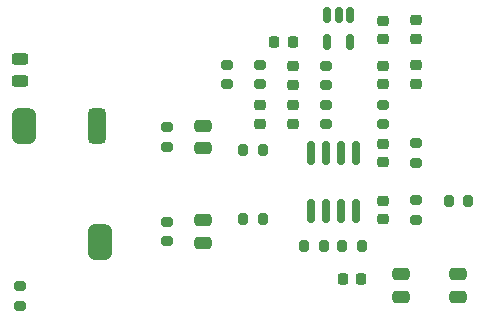
<source format=gtp>
G04 #@! TF.GenerationSoftware,KiCad,Pcbnew,8.0.4*
G04 #@! TF.CreationDate,2024-08-01T22:41:18+02:00*
G04 #@! TF.ProjectId,Headless TEF Audio board,48656164-6c65-4737-9320-544546204175,1*
G04 #@! TF.SameCoordinates,Original*
G04 #@! TF.FileFunction,Paste,Top*
G04 #@! TF.FilePolarity,Positive*
%FSLAX46Y46*%
G04 Gerber Fmt 4.6, Leading zero omitted, Abs format (unit mm)*
G04 Created by KiCad (PCBNEW 8.0.4) date 2024-08-01 22:41:18*
%MOMM*%
%LPD*%
G01*
G04 APERTURE LIST*
G04 Aperture macros list*
%AMRoundRect*
0 Rectangle with rounded corners*
0 $1 Rounding radius*
0 $2 $3 $4 $5 $6 $7 $8 $9 X,Y pos of 4 corners*
0 Add a 4 corners polygon primitive as box body*
4,1,4,$2,$3,$4,$5,$6,$7,$8,$9,$2,$3,0*
0 Add four circle primitives for the rounded corners*
1,1,$1+$1,$2,$3*
1,1,$1+$1,$4,$5*
1,1,$1+$1,$6,$7*
1,1,$1+$1,$8,$9*
0 Add four rect primitives between the rounded corners*
20,1,$1+$1,$2,$3,$4,$5,0*
20,1,$1+$1,$4,$5,$6,$7,0*
20,1,$1+$1,$6,$7,$8,$9,0*
20,1,$1+$1,$8,$9,$2,$3,0*%
G04 Aperture macros list end*
%ADD10RoundRect,0.225000X0.250000X-0.225000X0.250000X0.225000X-0.250000X0.225000X-0.250000X-0.225000X0*%
%ADD11RoundRect,0.150000X-0.150000X0.512500X-0.150000X-0.512500X0.150000X-0.512500X0.150000X0.512500X0*%
%ADD12RoundRect,0.200000X-0.275000X0.200000X-0.275000X-0.200000X0.275000X-0.200000X0.275000X0.200000X0*%
%ADD13RoundRect,0.218750X-0.218750X-0.256250X0.218750X-0.256250X0.218750X0.256250X-0.218750X0.256250X0*%
%ADD14RoundRect,0.200000X0.275000X-0.200000X0.275000X0.200000X-0.275000X0.200000X-0.275000X-0.200000X0*%
%ADD15RoundRect,0.500000X0.500000X-1.000000X0.500000X1.000000X-0.500000X1.000000X-0.500000X-1.000000X0*%
%ADD16RoundRect,0.375000X0.375000X-1.125000X0.375000X1.125000X-0.375000X1.125000X-0.375000X-1.125000X0*%
%ADD17RoundRect,0.200000X0.200000X0.275000X-0.200000X0.275000X-0.200000X-0.275000X0.200000X-0.275000X0*%
%ADD18RoundRect,0.250000X0.475000X-0.250000X0.475000X0.250000X-0.475000X0.250000X-0.475000X-0.250000X0*%
%ADD19RoundRect,0.150000X0.150000X-0.825000X0.150000X0.825000X-0.150000X0.825000X-0.150000X-0.825000X0*%
%ADD20RoundRect,0.243750X-0.456250X0.243750X-0.456250X-0.243750X0.456250X-0.243750X0.456250X0.243750X0*%
%ADD21RoundRect,0.225000X-0.250000X0.225000X-0.250000X-0.225000X0.250000X-0.225000X0.250000X0.225000X0*%
%ADD22RoundRect,0.250000X-0.475000X0.250000X-0.475000X-0.250000X0.475000X-0.250000X0.475000X0.250000X0*%
%ADD23RoundRect,0.225000X-0.225000X-0.250000X0.225000X-0.250000X0.225000X0.250000X-0.225000X0.250000X0*%
%ADD24RoundRect,0.200000X-0.200000X-0.275000X0.200000X-0.275000X0.200000X0.275000X-0.200000X0.275000X0*%
G04 APERTURE END LIST*
D10*
G04 #@! TO.C,C5*
X169312000Y-95024000D03*
X169312000Y-93474000D03*
G04 #@! TD*
G04 #@! TO.C,C13*
X169312000Y-84610000D03*
X169312000Y-83060000D03*
G04 #@! TD*
G04 #@! TO.C,C10*
X158898000Y-91772000D03*
X158898000Y-90222000D03*
G04 #@! TD*
G04 #@! TO.C,C14*
X172106000Y-84584000D03*
X172106000Y-83034000D03*
G04 #@! TD*
D11*
G04 #@! TO.C,U2*
X166518000Y-82563000D03*
X165568000Y-82563000D03*
X164618000Y-82563000D03*
X164618000Y-84838000D03*
X166518000Y-84838000D03*
G04 #@! TD*
D10*
G04 #@! TO.C,C6*
X161692000Y-88470000D03*
X161692000Y-86920000D03*
G04 #@! TD*
D12*
G04 #@! TO.C,R5*
X169312000Y-90172000D03*
X169312000Y-91822000D03*
G04 #@! TD*
D13*
G04 #@! TO.C,FB1*
X160117000Y-84838000D03*
X161692000Y-84838000D03*
G04 #@! TD*
D14*
G04 #@! TO.C,R4*
X172106000Y-99900000D03*
X172106000Y-98250000D03*
G04 #@! TD*
D12*
G04 #@! TO.C,R3*
X172106000Y-93424000D03*
X172106000Y-95074000D03*
G04 #@! TD*
D15*
G04 #@! TO.C,J2*
X138892000Y-92005000D03*
X145392000Y-101784000D03*
D16*
X145092000Y-92005000D03*
G04 #@! TD*
D17*
G04 #@! TO.C,R6*
X176550000Y-98300000D03*
X174900000Y-98300000D03*
G04 #@! TD*
D18*
G04 #@! TO.C,C3*
X175662000Y-106428000D03*
X175662000Y-104528000D03*
G04 #@! TD*
D14*
G04 #@! TO.C,R1*
X156104000Y-88457000D03*
X156104000Y-86807000D03*
G04 #@! TD*
D19*
G04 #@! TO.C,U1*
X163216000Y-99186000D03*
X164486000Y-99186000D03*
X165756000Y-99186000D03*
X167026000Y-99186000D03*
X167026000Y-94236000D03*
X165756000Y-94236000D03*
X164486000Y-94236000D03*
X163216000Y-94236000D03*
G04 #@! TD*
D10*
G04 #@! TO.C,C1*
X172106000Y-88394000D03*
X172106000Y-86844000D03*
G04 #@! TD*
D20*
G04 #@! TO.C,F1*
X138578000Y-86265000D03*
X138578000Y-88140000D03*
G04 #@! TD*
D12*
G04 #@! TO.C,R13*
X151024000Y-92078000D03*
X151024000Y-93728000D03*
G04 #@! TD*
D17*
G04 #@! TO.C,R11*
X159152000Y-93982000D03*
X157502000Y-93982000D03*
G04 #@! TD*
D21*
G04 #@! TO.C,C7*
X169312000Y-98300000D03*
X169312000Y-99850000D03*
G04 #@! TD*
D17*
G04 #@! TO.C,R12*
X159152000Y-99824000D03*
X157502000Y-99824000D03*
G04 #@! TD*
D12*
G04 #@! TO.C,R2*
X158898000Y-86807000D03*
X158898000Y-88457000D03*
G04 #@! TD*
D10*
G04 #@! TO.C,C9*
X161692000Y-91772000D03*
X161692000Y-90222000D03*
G04 #@! TD*
D12*
G04 #@! TO.C,R9*
X164486000Y-90172000D03*
X164486000Y-91822000D03*
G04 #@! TD*
G04 #@! TO.C,R15*
X138578000Y-105540000D03*
X138578000Y-107190000D03*
G04 #@! TD*
D22*
G04 #@! TO.C,C12*
X154072000Y-99953000D03*
X154072000Y-101853000D03*
G04 #@! TD*
D23*
G04 #@! TO.C,C8*
X165934000Y-104904000D03*
X167484000Y-104904000D03*
G04 #@! TD*
D14*
G04 #@! TO.C,R14*
X151024000Y-101728000D03*
X151024000Y-100078000D03*
G04 #@! TD*
D18*
G04 #@! TO.C,C11*
X154072000Y-93853000D03*
X154072000Y-91953000D03*
G04 #@! TD*
D17*
G04 #@! TO.C,R10*
X164295000Y-102110000D03*
X162645000Y-102110000D03*
G04 #@! TD*
D14*
G04 #@! TO.C,R7*
X164486000Y-88520000D03*
X164486000Y-86870000D03*
G04 #@! TD*
D10*
G04 #@! TO.C,C2*
X169312000Y-88420000D03*
X169312000Y-86870000D03*
G04 #@! TD*
D18*
G04 #@! TO.C,C4*
X170836000Y-106428000D03*
X170836000Y-104528000D03*
G04 #@! TD*
D24*
G04 #@! TO.C,R8*
X165884000Y-102110000D03*
X167534000Y-102110000D03*
G04 #@! TD*
M02*

</source>
